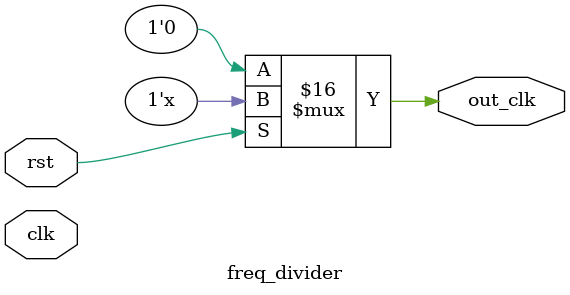
<source format=v>
module freq_divider(clk,rst,out_clk);
  input clk,rst;
  output reg out_clk=0;
  integer temp=0;
  parameter mode=3; // decides division frequency
  always @(clk)
    begin
      if(!rst)
        out_clk<=0;
      else
        begin
    temp<=temp+1;
      if(temp==mode)
        begin
        out_clk<=~out_clk;
        temp<=0;
        end
        end
    end
endmodule

</source>
